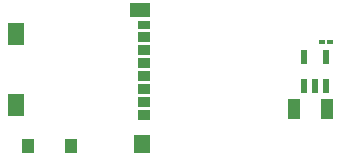
<source format=gbr>
G04 #@! TF.GenerationSoftware,KiCad,Pcbnew,(5.1.6)-1*
G04 #@! TF.CreationDate,2021-12-03T12:33:41+01:00*
G04 #@! TF.ProjectId,USBEMBEDED,55534245-4d42-4454-9445-442e6b696361,rev?*
G04 #@! TF.SameCoordinates,Original*
G04 #@! TF.FileFunction,Paste,Bot*
G04 #@! TF.FilePolarity,Positive*
%FSLAX46Y46*%
G04 Gerber Fmt 4.6, Leading zero omitted, Abs format (unit mm)*
G04 Created by KiCad (PCBNEW (5.1.6)-1) date 2021-12-03 12:33:41*
%MOMM*%
%LPD*%
G01*
G04 APERTURE LIST*
%ADD10R,1.350000X1.550000*%
%ADD11R,1.000000X1.200000*%
%ADD12R,1.350000X1.900000*%
%ADD13R,1.800000X1.170000*%
%ADD14R,1.100000X0.750000*%
%ADD15R,1.100000X0.850000*%
%ADD16R,1.070000X1.820000*%
%ADD17R,0.600000X1.200000*%
%ADD18R,0.470000X0.440000*%
G04 APERTURE END LIST*
D10*
G04 #@! TO.C,SD1*
X156280000Y-105075000D03*
D11*
X150255000Y-105250000D03*
X146555000Y-105250000D03*
D12*
X145580000Y-101750000D03*
X145580000Y-95780000D03*
D13*
X156055000Y-93755000D03*
D14*
X156405000Y-94965000D03*
D15*
X156405000Y-96015000D03*
X156405000Y-97115000D03*
X156405000Y-98215000D03*
X156405000Y-99315000D03*
X156405000Y-100415000D03*
X156405000Y-101515000D03*
X156405000Y-102615000D03*
G04 #@! TD*
D16*
G04 #@! TO.C,C1*
X169130000Y-102130000D03*
X171890000Y-102130000D03*
G04 #@! TD*
D17*
G04 #@! TO.C,KEYPWR1*
X171820000Y-97670000D03*
X169920000Y-97670000D03*
X169920000Y-100170000D03*
X170870000Y-100170000D03*
X171820000Y-100170000D03*
G04 #@! TD*
D18*
G04 #@! TO.C,0.1uF5*
X171510000Y-96470000D03*
X172180000Y-96470000D03*
G04 #@! TD*
M02*

</source>
